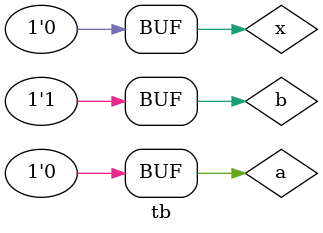
<source format=v>

`timescale 1us/1ns

module tb(
    // no inputs here ;)
    );
	
   reg a;
   reg b;
   reg x;
   wire y;

	
    // Instantiate the DUT
    mux_1bit MUX1(
      .a(a),
      .b(b),
      .x(x),
      .y(y)
   );
  
	// Generate stimulus
	initial begin
       #1; a = 1; b = 0; x = 1;
       #1; a = 0; b = 1; x = 0;
       #1; a = 0; b = 1; x = 1;
       #1; a = 0; b = 0; x = 1;
       #1; a = 1; b = 1; x = 1;
       #1; a = 0; b = 1; x = 0;
	   #5;
	end

endmodule



</source>
